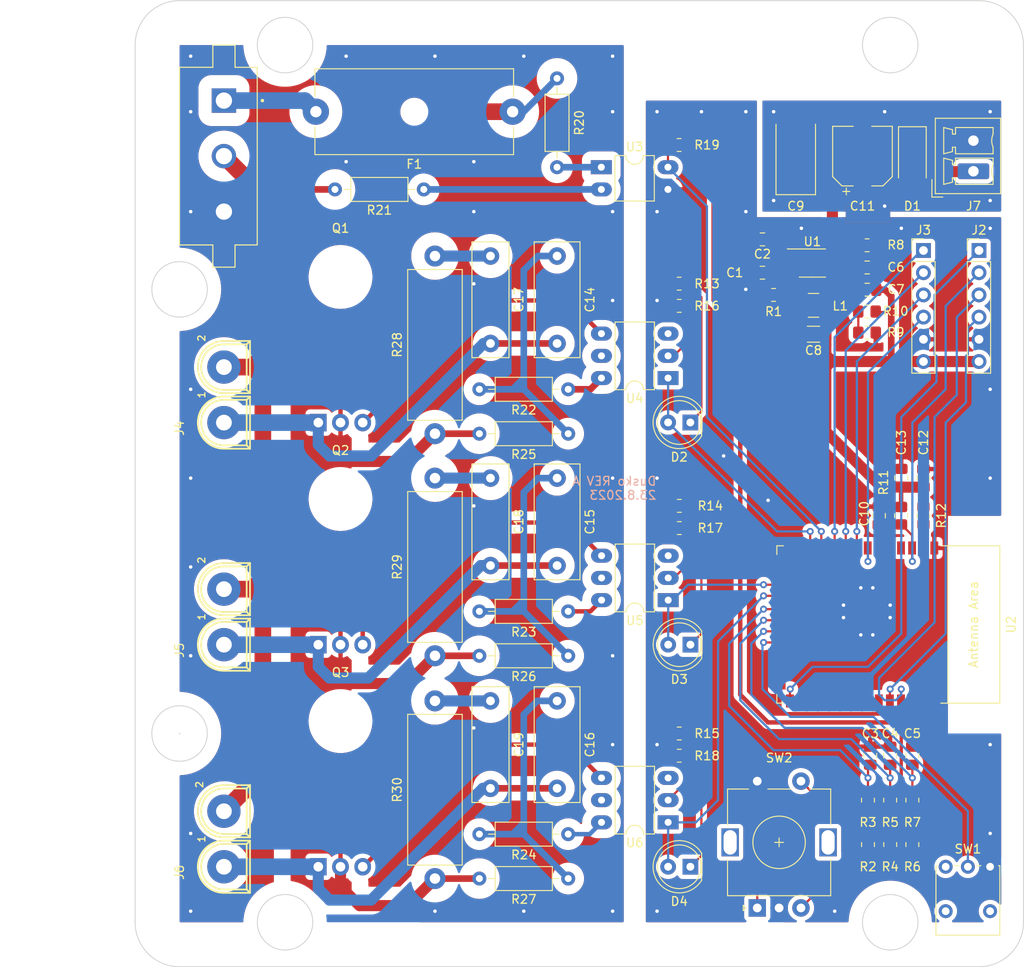
<source format=kicad_pcb>
(kicad_pcb (version 20221018) (generator pcbnew)
  (layers (0 "F.Cu" signal) (31 "B.Cu" signal) (34 "B.Paste" user) (35 "F.Paste" user) (36 "B.SilkS" user "B.Silkscreen") (37 "F.SilkS" user "F.Silkscreen") (38 "B.Mask" user) (39 "F.Mask" user) (44 "Edge.Cuts" user))
  (net 0 "")
  (net 1 "Net-(U1-INTVCC)")
  (net 2 "GND")
  (net 3 "Net-(U1-BST)")
  (net 4 "Net-(U1-SW)")
  (net 5 "Net-(U1-TR{slash}SS)")
  (net 6 "Net-(U1-FB)")
  (net 7 "+3.3V")
  (net 8 "VCC")
  (net 9 "RTS")
  (net 10 "Net-(C15-Pad1)")
  (net 11 "Net-(C16-Pad1)")
  (net 12 "Net-(Q2-A1)")
  (net 13 "Net-(C17-Pad1)")
  (net 14 "Net-(Q3-A1)")
  (net 15 "Net-(C18-Pad1)")
  (net 16 "Net-(C19-Pad1)")
  (net 17 "Net-(D2-K)")
  (net 18 "Spustac1")
  (net 19 "Net-(D3-K)")
  (net 20 "Spustac2")
  (net 21 "Net-(D4-K)")
  (net 22 "Spustac3")
  (net 23 "L-zaPoistku")
  (net 24 "L")
  (net 25 "Nulak")
  (net 26 "PEN")
  (net 27 "CTS")
  (net 28 "TXD")
  (net 29 "RXD")
  (net 30 "Net-(U1-RT)")
  (net 31 "Net-(R2-Pad2)")
  (net 32 "Net-(R4-Pad2)")
  (net 33 "Net-(R6-Pad2)")
  (net 34 "Net-(U1-PG)")
  (net 35 "Net-(U2-3V3)")
  (net 36 "Net-(R16-Pad2)")
  (net 37 "Net-(R17-Pad2)")
  (net 38 "Net-(R18-Pad2)")
  (net 39 "ZCDet")
  (net 40 "Net-(R20-Pad1)")
  (net 41 "Net-(R21-Pad1)")
  (net 42 "Net-(R22-Pad1)")
  (net 43 "Net-(R23-Pad1)")
  (net 44 "Net-(R24-Pad1)")
  (net 45 "mode_SW")
  (net 54 "GPIO7")
  (net 55 "GPIO15")
  (net 56 "GPIO16")
  (net 57 "GPIO17")
  (net 78 "A")
  (net 79 "SW")
  (net 80 "B")
  (net 81 "Net-(C14-Pad1)")
  (net 82 "Net-(Q1-A1)")
  (net 83 "Net-(Q1-G)")
  (net 84 "Net-(Q2-G)")
  (net 85 "Net-(Q3-G)")
  (footprint "Resistor_THT:R_Axial_DIN0207_L6.3mm_D2.5mm_P10.16mm_Horizontal" (layer "F.Cu") (at 134.6275 78.74 180)
    (fp_text reference "R22")
    (fp_text value "360")
  )
  (footprint "Package_TO_SOT_THT:TO-220-3_Horizontal_TabDown" (layer "F.Cu") (at 106.045 82.55)
    (fp_text reference "Q1")
    (fp_text value "BT138")
  )
  (footprint "Capacitor_THT:C_Rect_L13.0mm_W4.0mm_P10.00mm_FKS3_FKP3_MKS4" (layer "F.Cu") (at 125.7375 63.5 -90)
    (fp_text reference "C17")
    (fp_text value "0.01uF")
  )
  (footprint "Capacitor_SMD:C_0805_2012Metric_Pad1.18x1.45mm_HandSolder" (layer "F.Cu") (at 156.845 65.405 180)
    (fp_text reference "C1")
    (fp_text value "1uF/10V")
  )
  (footprint "Resistor_SMD:R_0805_2012Metric_Pad1.20x1.40mm_HandSolder" (layer "F.Cu") (at 175.26 93.1965 -90)
    (fp_text reference "R12")
    (fp_text value "0")
  )
  (footprint "Package_DIP:DIP-6_W7.62mm_LongPads" (layer "F.Cu") (at 146.05 77.455 180)
    (fp_text reference "U4")
    (fp_text value "MOC3021M")
  )
  (footprint "Connector_Phoenix_MC:PhoenixContact_MCV_1,5_2-G-3.5_1x02_P3.50mm_Vertical" (layer "F.Cu") (at 180.975 53.8025 90)
    (fp_text reference "J7")
    (fp_text value "Conn_01x02_Socket")
  )
  (footprint "Package_DIP:DIP-6_W7.62mm_LongPads" (layer "F.Cu") (at 146.0575 128.27 180)
    (fp_text reference "U6")
    (fp_text value "MOC3021M")
  )
  (footprint "Capacitor_SMD:C_0805_2012Metric_Pad1.18x1.45mm_HandSolder" (layer "F.Cu") (at 156.845 61.595 180)
    (fp_text reference "C2")
    (fp_text value "0.1uF/10V")
  )
  (footprint "Package_DIP:DIP-6_W7.62mm_LongPads" (layer "F.Cu") (at 146.065 102.855 180)
    (fp_text reference "U5")
    (fp_text value "MOC3021M")
  )
  (footprint "Resistor_SMD:R_0805_2012Metric_Pad1.20x1.40mm_HandSolder" (layer "F.Cu") (at 168.9175 130.81 90)
    (fp_text reference "R2")
    (fp_text value "10k")
  )
  (footprint "Capacitor_SMD:CP_Elec_6.3x7.7" (layer "F.Cu") (at 168.2825 52.07 90)
    (fp_text reference "C11")
    (fp_text value "100u")
  )
  (footprint "Capacitor_SMD:C_0805_2012Metric_Pad1.18x1.45mm_HandSolder" (layer "F.Cu") (at 168.828 67.348)
    (fp_text reference "C7")
    (fp_text value "10pF")
  )
  (footprint "Resistor_THT:R_Axial_DIN0617_L17.0mm_D6.0mm_P20.32mm_Horizontal" (layer "F.Cu") (at 119.3875 134.7 90)
    (fp_text reference "R30")
    (fp_text value "39")
  )
  (footprint "Capacitor_SMD:C_0805_2012Metric_Pad1.18x1.45mm_HandSolder" (layer "F.Cu") (at 175.26 88.9 -90)
    (fp_text reference "C12")
    (fp_text value "10uF")
  )
  (footprint "Resistor_THT:R_Axial_DIN0207_L6.3mm_D2.5mm_P10.16mm_Horizontal" (layer "F.Cu") (at 134.6275 104.14 180)
    (fp_text reference "R23")
    (fp_text value "360")
  )
  (footprint "Capacitor_THT:C_Rect_L13.0mm_W5.0mm_P10.00mm_FKS3_FKP3_MKS4" (layer "F.Cu") (at 133.3575 63.5 -90)
    (fp_text reference "C14")
    (fp_text value "0.05uF")
  )
  (footprint "Resistor_SMD:R_0805_2012Metric_Pad1.20x1.40mm_HandSolder" (layer "F.Cu") (at 171.45 125.73 90)
    (fp_text reference "R5")
    (fp_text value "10k")
  )
  (footprint "Resistor_THT:R_Axial_DIN0207_L6.3mm_D2.5mm_P10.16mm_Horizontal" (layer "F.Cu") (at 134.6275 83.82 180)
    (fp_text reference "R25")
    (fp_text value "470")
  )
  (footprint "Resistor_THT:R_Axial_DIN0207_L6.3mm_D2.5mm_P10.16mm_Horizontal" (layer "F.Cu") (at 134.6275 109.22 180)
    (fp_text reference "R26")
    (fp_text value "470")
  )
  (footprint "Capacitor_SMD:C_0805_2012Metric_Pad1.18x1.45mm_HandSolder" (layer "F.Cu") (at 171.45 120.65 90)
    (fp_text reference "C4")
    (fp_text value "10n")
  )
  (footprint "Resistor_SMD:R_0805_2012Metric_Pad1.20x1.40mm_HandSolder" (layer "F.Cu") (at 168.813 62.268 180)
    (fp_text reference "R8")
    (fp_text value "100k")
  )
  (footprint "Capacitor_SMD:C_0805_2012Metric_Pad1.18x1.45mm_HandSolder" (layer "F.Cu") (at 170.164 93.1965 90)
    (fp_text reference "C10")
    (fp_text value "1uF")
  )
  (footprint "Package_TO_SOT_THT:TO-220-3_Horizontal_TabDown" (layer "F.Cu") (at 106.045 107.95)
    (fp_text reference "Q2")
    (fp_text value "BT138")
  )
  (footprint "LED_THT:LED_D5.0mm" (layer "F.Cu") (at 148.605 107.95 180)
    (fp_text reference "D3")
    (fp_text value "LED")
  )
  (footprint "footprints:350428-1" (layer "F.Cu") (at 95.25 79.375 90)
    (fp_text reference "J4")
    (fp_text value "350428-1")
  )
  (footprint "Capacitor_THT:C_Rect_L13.0mm_W5.0mm_P10.00mm_FKS3_FKP3_MKS4" (layer "F.Cu") (at 133.3575 114.38 -90)
    (fp_text reference "C16")
    (fp_text value "0.05uF")
  )
  (footprint "Capacitor_THT:C_Rect_L13.0mm_W4.0mm_P10.00mm_FKS3_FKP3_MKS4" (layer "F.Cu") (at 125.7375 88.9 -90)
    (fp_text reference "C18")
    (fp_text value "0.01uF")
  )
  (footprint "PCM_Espressif:ESP32-S3-WROOM-1" (layer "F.Cu") (at 168.24 105.64 -90)
    (fp_text reference "U2")
    (fp_text value "ESP32-S3-WROOM-1")
  )
  (footprint "Resistor_SMD:R_0805_2012Metric_Pad1.20x1.40mm_HandSolder" (layer "F.Cu") (at 147.305 50.8 180)
    (fp_text reference "R19")
    (fp_text value "10k")
  )
  (footprint "Resistor_SMD:R_0805_2012Metric_Pad1.20x1.40mm_HandSolder" (layer "F.Cu") (at 172.704 93.1965 -90)
    (fp_text reference "R11")
    (fp_text value "10k")
  )
  (footprint "Connector_PinHeader_2.54mm:PinHeader_1x06_P2.54mm_Vertical" (layer "F.Cu") (at 175.26 62.865)
    (fp_text reference "J3")
    (fp_text value "GPIOs")
  )
  (footprint "Resistor_SMD:R_0805_2012Metric_Pad1.20x1.40mm_HandSolder" (layer "F.Cu") (at 168.91 125.73 90)
    (fp_text reference "R3")
    (fp_text value "10k")
  )
  (footprint "Resistor_SMD:R_0805_2012Metric_Pad1.20x1.40mm_HandSolder" (layer "F.Cu") (at 173.99 130.81 90)
    (fp_text reference "R6")
    (fp_text value "10k")
  )
  (footprint "Resistor_THT:R_Axial_DIN0617_L17.0mm_D6.0mm_P20.32mm_Horizontal" (layer "F.Cu") (at 119.3875 83.82 90)
    (fp_text reference "R28")
    (fp_text value "39")
  )
  (footprint "Resistor_THT:R_Axial_DIN0207_L6.3mm_D2.5mm_P10.16mm_Horizontal" (layer "F.Cu") (at 134.6275 129.62 180)
    (fp_text reference "R24")
    (fp_text value "360")
  )
  (footprint "LED_THT:LED_D5.0mm" (layer "F.Cu") (at 148.595 82.535 180)
    (fp_text reference "D2")
    (fp_text value "LED")
  )
  (footprint "Resistor_THT:R_Axial_DIN0617_L17.0mm_D6.0mm_P20.32mm_Horizontal" (layer "F.Cu") (at 119.3875 109.22 90)
    (fp_text reference "R29")
    (fp_text value "39")
  )
  (footprint "Package_SO:MSOP-10-1EP_3x3mm_P0.5mm_EP1.68x1.88mm" (layer "F.Cu") (at 162.56 64.3)
    (fp_text reference "U1")
    (fp_text value "LT8608")
  )
  (footprint "Resistor_SMD:R_0805_2012Metric_Pad1.20x1.40mm_HandSolder" (layer "F.Cu") (at 168.8055 72.263 180)
    (fp_text reference "R9")
    (fp_text value "309K")
  )
  (footprint "Capacitor_Tantalum_SMD:CP_EIA-7343-15_Kemet-W" (layer "F.Cu") (at 160.655 52.07 90)
    (fp_text reference "C9")
    (fp_text value "4.7u")
  )
  (footprint "Resistor_THT:R_Axial_DIN0207_L6.3mm_D2.5mm_P10.16mm_Horizontal" (layer "F.Cu") (at 133.35 53.34 90)
    (fp_text reference "R20")
    (fp_text value "33k")
  )
  (footprint "footprints:350428-1" (layer "F.Cu") (at 95.25 130.175 90)
    (fp_text reference "J6")
    (fp_text value "350428-1")
  )
  (footprint "Resistor_SMD:R_0805_2012Metric_Pad1.20x1.40mm_HandSolder" (layer "F.Cu") (at 147.335 92.075 180)
    (fp_text reference "R14")
    (fp_text value "470")
  )
  (footprint "Resistor_SMD:R_0805_2012Metric_Pad1.20x1.40mm_HandSolder" (layer "F.Cu") (at 158.115 67.945)
    (fp_text reference "R1")
    (fp_text value "18.2k")
  )
  (footprint "Resistor_SMD:R_0805_2012Metric_Pad1.20x1.40mm_HandSolder" (layer "F.Cu") (at 147.3275 118.11 180)
    (fp_text reference "R15")
    (fp_text value "470")
  )
  (footprint "Capacitor_SMD:C_0805_2012Metric_Pad1.18x1.45mm_HandSolder" (layer "F.Cu") (at 173.99 120.65 90)
    (fp_text reference "C5")
    (fp_text value "10n")
  )
  (footprint "Resistor_SMD:R_0805_2012Metric_Pad1.20x1.40mm_HandSolder" (layer "F.Cu") (at 147.32 69.2)
    (fp_text reference "R16")
    (fp_text value "470")
  )
  (footprint "Capacitor_SMD:C_1206_3216Metric" (layer "F.Cu") (at 162.687 72.44 180)
    (fp_text reference "C8")
    (fp_text value "22uF/X7R")
  )
  (footprint "Connector_PinHeader_2.54mm:PinHeader_1x06_P2.54mm_Vertical" (layer "F.Cu") (at 181.61 62.865)
    (fp_text reference "J2")
    (fp_text value "programovaci")
  )
  (footprint "Resistor_SMD:R_0805_2012Metric_Pad1.20x1.40mm_HandSolder" (layer "F.Cu") (at 168.798 69.85 180)
    (fp_text reference "R10")
    (fp_text value "1M")
  )
  (footprint "Package_TO_SOT_THT:TO-220-3_Horizontal_TabDown" (layer "F.Cu") (at 106.045 133.35)
    (fp_text reference "Q3")
    (fp_text value "BT138")
  )
  (footprint "Capacitor_THT:C_Rect_L13.0mm_W4.0mm_P10.00mm_FKS3_FKP3_MKS4" (layer "F.Cu") (at 125.7375 114.38 -90)
    (fp_text reference "C19")
    (fp_text value "0.01uF")
  )
  (footprint "Capacitor_SMD:C_0805_2012Metric_Pad1.18x1.45mm_HandSolder" (layer "F.Cu") (at 172.72 88.8785 90)
    (fp_text reference "C13")
    (fp_text value "0.1uF")
  )
  (footprint "Resistor_SMD:R_0805_2012Metric_Pad1.20x1.40mm_HandSolder" (layer "F.Cu") (at 173.99 125.73 90)
    (fp_text reference "R7")
    (fp_text value "10k")
  )
  (footprint "Capacitor_THT:C_Rect_L13.0mm_W5.0mm_P10.00mm_FKS3_FKP3_MKS4" (layer "F.Cu") (at 133.3575 88.9 -90)
    (fp_text reference "C15")
    (fp_text value "0.05uF")
  )
  (footprint "footprints:TE_350429-1" (layer "F.Cu") (at 95.25 52.07 -90)
    (fp_text reference "J1" hide)
    (fp_text value "350429-1")
  )
  (footprint "Resistor_SMD:R_0805_2012Metric_Pad1.20x1.40mm_HandSolder" (layer "F.Cu") (at 171.4575 130.81 90)
    (fp_text reference "R4")
    (fp_text value "10k")
  )
  (footprint "Resistor_THT:R_Axial_DIN0207_L6.3mm_D2.5mm_P10.16mm_Horizontal" (layer "F.Cu") (at 134.6275 134.7 180)
    (fp_text reference "R27")
    (fp_text value "470")
  )
  (footprint "Fuse:Fuseholder_Cylinder-5x20mm_Schurter_0031_8201_Horizontal_Open" (layer "F.Cu") (at 128.27 46.99 180)
    (fp_text reference "F1")
    (fp_text value "Fuse")
  )
  (footprint "Package_DIP:DIP-4_W7.62mm_LongPads" (layer "F.Cu") (at 138.415 53.34)
    (fp_text reference "U3")
    (fp_text value "LTV-814")
  )
  (footprint "Capacitor_SMD:C_0805_2012Metric_Pad1.18x1.45mm_HandSolder" (layer "F.Cu") (at 169.1715 120.65 90)
    (fp_text reference "C3")
    (fp_text value "10n")
  )
  (footprint "Diode_SMD:D_2010_5025Metric_Pad1.52x2.65mm_HandSolder" (layer "F.Cu") (at 173.99 52.07 -90)
    (fp_text reference "D1")
    (fp_text value "DIODE")
  )
  (footprint "LED_THT:LED_D5.0mm" (layer "F.Cu") (at 148.5975 133.35 180)
    (fp_text reference "D4")
    (fp_text value "LED")
  )
  (footprint "footprints:350428-1" (layer "F.Cu") (at 95.25 104.775 90)
    (fp_text reference "J5")
    (fp_text value "350428-1")
  )
  (footprint "Button_Switch_THT:SW_Push_1P2T_Vertical_E-Switch_800UDP8P1A1M6" (layer "F.Cu") (at 182.88 133.35 -90)
    (fp_text reference "SW1")
    (fp_text value "SW_SPDT")
  )
  (footprint "Resistor_SMD:R_0805_2012Metric_Pad1.20x1.40mm_HandSolder" (layer "F.Cu") (at 147.3275 120.65)
    (fp_text reference "R18")
    (fp_text value "470")
  )
  (footprint "Capacitor_SMD:C_0805_2012Metric_Pad1.18x1.45mm_HandSolder" (layer "F.Cu") (at 168.8205 64.808)
    (fp_text reference "C6")
    (fp_text value "10nF/10V")
  )
  (footprint "Resistor_SMD:R_0805_2012Metric_Pad1.20x1.40mm_HandSolder" (layer "F.Cu") (at 147.32 66.66 180)
    (fp_text reference "R13")
    (fp_text value "470")
  )
  (footprint "Rotary_Encoder:RotaryEncoder_Alps_EC11E-Switch_Vertical_H20mm" (layer "F.Cu") (at 156.25 138.06 90)
    (fp_text reference "SW2")
    (fp_text value "RotaryEncoder_Switch")
  )
  (footprint "Inductor_SMD:L_1210_3225Metric" (layer "F.Cu") (at 162.687 69.138 180)
    (fp_text reference "L1")
    (fp_text value "2.2uH")
  )
  (footprint "Resistor_THT:R_Axial_DIN0207_L6.3mm_D2.5mm_P10.16mm_Horizontal" (layer "F.Cu") (at 118.11 55.88 180)
    (fp_text reference "R21")
    (fp_text value "33k")
  )
  (footprint "Resistor_SMD:R_0805_2012Metric_Pad1.20x1.40mm_HandSolder" (layer "F.Cu") (at 147.335 94.615)
    (fp_text reference "R17")
    (fp_text value "470")
  )
  (gr_circle (center 102.2425 39.37) (end 105.4175 39.37) (stroke (width 0.1)) (fill none) (layer "Edge.Cuts"))
  (gr_arc (start 181.6175 34.29) (mid 185.209602 35.777898) (end 186.6975 39.37) (stroke (width 0.1)) (layer "Edge.Cuts"))
  (gr_line (start 85.0975 139.7) (end 85.0975 39.37) (stroke (width 0.1)) (layer "Edge.Cuts"))
  (gr_circle (center 90.1775 118.11) (end 93.3525 118.11) (stroke (width 0.1)) (fill none) (layer "Edge.Cuts"))
  (gr_arc (start 186.6975 139.7) (mid 185.209602 143.292102) (end 181.6175 144.78) (stroke (width 0.1)) (layer "Edge.Cuts"))
  (gr_line (start 90.1775 34.29) (end 181.6175 34.29) (stroke (width 0.1)) (layer "Edge.Cuts"))
  (gr_arc (start 90.1775 144.78) (mid 86.585398 143.292102) (end 85.0975 139.7) (stroke (width 0.1)) (layer "Edge.Cuts"))
  (gr_circle (center 102.2425 139.7) (end 105.4175 139.7) (stroke (width 0.1)) (fill none) (layer "Edge.Cuts"))
  (gr_line (start 181.6175 144.78) (end 90.1775 144.78) (stroke (width 0.1)) (layer "Edge.Cuts"))
  (gr_circle (center 90.1775 118.11) (end 90.1775 118.11) (stroke (width 0.1)) (fill none) (layer "Edge.Cuts"))
  (gr_arc (start 85.0975 39.37) (mid 86.585398 35.777898) (end 90.1775 34.29) (stroke (width 0.1)) (layer "Edge.Cuts"))
  (gr_circle (center 171.4575 39.37) (end 174.6325 39.37) (stroke (width 0.1)) (fill none) (layer "Edge.Cuts"))
  (gr_line (start 186.6975 39.37) (end 186.6975 139.7) (stroke (width 0.1)) (layer "Edge.Cuts"))
  (gr_circle (center 171.4575 139.7) (end 174.6325 139.7) (stroke (width 0.1)) (fill none) (layer "Edge.Cuts"))
  (gr_circle (center 90.1775 67.31) (end 93.3525 67.31) (stroke (width 0.1)) (fill none) (layer "Edge.Cuts"))
  (gr_text "Dusko REV A\n23.8.2023" (at 144.7875 91.44) (layer "B.SilkS") (effects (font (size 1 1)) (justify left bottom mirror)))
  (segment (start 159.146 64.3) (end 158.041 65.405) (width 0.254) (layer "F.Cu") (net 1))
  (segment (start 158.041 65.405) (end 157.8825 65.405) (width 0.254) (layer "F.Cu") (net 1))
  (segment (start 160.41 64.3) (end 159.146 64.3) (width 0.254) (layer "F.Cu") (net 1))
  (segment (start 168.645 49.7325) (end 168.2825 49.37) (width 0.762) (layer "F.Cu") (net 2))
  (segment (start 169.8055 72.263) (end 169.8055 73.788) (width 0.508) (layer "F.Cu") (net 2))
  (segment (start 146.3275 120.65) (end 146.32 120.6425) (width 0.254) (layer "F.Cu") (net 2))
  (segment (start 169.8355 64.808) (end 171.4195 64.808) (width 0.508) (layer "F.Cu") (net 2))
  (segment (start 160.655 48.9575) (end 167.87 48.9575) (width 0.762) (layer "F.Cu") (net 2))
  (segment (start 167.87 48.9575) (end 168.2825 49.37) (width 0.762) (layer "F.Cu") (net 2))
  (segment (start 168.4525 92.159) (end 168.4095 92.202) (width 0.508) (layer "F.Cu") (net 2))
  (segment (start 173.99 49.7325) (end 174.56 50.3025) (width 0.762) (layer "F.Cu") (net 2))
  (segment (start 173.99 49.7325) (end 168.645 49.7325) (width 0.762) (layer "F.Cu") (net 2))
  (segment (start 160.41 65.3) (end 160.41 65.7845) (width 0.3048) (layer "F.Cu") (net 2))
  (segment (start 169.6795 73.914) (end 169.8055 73.788) (width 0.508) (layer "F.Cu") (net 2))
  (segment (start 170.164 92.159) (end 168.4525 92.159) (width 0.508) (layer "F.Cu") (net 2))
  (segment (start 146.335 94.615) (end 146.335 92.075) (width 0.254) (layer "F.Cu") (net 2))
  (segment (start 146.32 118.1175) (end 146.3275 118.11) (width 0.254) (layer "F.Cu") (net 2))
  (segment (start 174.56 50.3025) (end 180.975 50.3025) (width 0.762) (layer "F.Cu") (net 2))
  (segment (start 171.4195 64.808) (end 171.4575 64.77) (width 0.508) (layer "F.Cu") (net 2))
  (segment (start 146.32 120.6425) (end 146.32 118.1175) (width 0.254) (layer "F.Cu") (net 2))
  (via (at 169.4688 106.8324) (size 0.8) (drill 0.4) (layers "F.Cu" "B.Cu") (net 2))
  (via (at 166.116 103.4288) (size 0.8) (drill 0.4) (layers "F.Cu" "B.Cu") (net 2))
  (via (at 182.8875 57.15) (size 0.8) (drill 0.4) (layers "F.Cu" "B.Cu") (net 2))
  (via (at 182.8875 60.325) (size 0.8) (drill 0.4) (layers "F.Cu" "B.Cu") (net 2))
  (via (at 144.7875 58.42) (size 0.8) (drill 0.4) (layers "F.Cu" "B.Cu") (net 2))
  (via (at 168.0972 101.4476) (size 0.8) (drill 0.4) (layers "F.Cu" "B.Cu") (net 2))
  (via (at 170.8225 46.99) (size 0.8) (drill 0.4) (layers "F.Cu" "B.Cu") (net 2))
  (via (at 171.45 103.4288) (size 0.8) (drill 0.4) (layers "F.Cu" "B.Cu") (net 2))
  (via (at 157.4875 91.44) (size 0.8) (drill 0.4) (layers "F.Cu" "B.Cu") (net 2))
  (via (at 170.8225 57.785) (size 0.8) (drill 0.4) (layers "F.Cu" "B.Cu") (net 2))
  (via (at 144.7875 119.38) (size 0.8) (drill 0.4) (layers "F.Cu" "B.Cu") (net 2))
  (via (at 149.8675 46.99) (size 0.8) (drill 0.4) (layers "F.Cu" "B.Cu") (net 2))
  (via (at 166.116 104.8512) (size 0.8) (drill 0.4) (layers "F.Cu" "B.Cu") (net 2))
  (via (at 152.4075 86.36) (size 0.8) (drill 0.4) (layers "F.Cu" "B.Cu") (net 2))
  (via (at 161.2975 60.325) (size 0.8) (drill 0.4) (layers "F.Cu" "B.Cu") (net 2))
  (via (at 144.7875 68.58) (size 0.8) (drill 0.4) (layers "F.Cu" "B.Cu") (net 2))
  (via (at 158.1225 46.99) (size 0.8) (drill 0.4) (layers "F.Cu" "B.Cu") (net 2))
  (via (at 182.8875 88.9) (size 0.8) (drill 0.4) (layers "F.Cu" "B.Cu") (net 2))
  (via (at 182.8875 46.99) (size 0.8) (drill 0.4) (layers "F.Cu" "B.Cu") (net 2))
  (via (at 154.94 67.31) (size 0.8) (drill 0.4) (layers "F.Cu" "B.Cu") (net 2))
  (via (at 171.45 104.8512) (size 0.8) (drill 0.4) (layers "F.Cu" "B.Cu") (net 2))
  (via (at 144.7875 46.99) (size 0.8) (drill 0.4) (layers "F.Cu" "B.Cu") (net 2))
  (via (at 165.1075 138.43) (size 0.8) (drill 0.4) (layers "F.Cu" "B.Cu") (net 2))
  (via (at 154.9475 46.99) (size 0.8) (drill 0.4) (layers "F.Cu" "B.Cu") (net 2))
  (via (at 158.1225 57.15) (size 0.8) (drill 0.4) (layers "F.Cu" "B.Cu") (net 2))
  (via (at 144.7875 88.9) (size 0.8) (drill 0.4) (layers "F.Cu" "B.Cu") (net 2))
  (via (at 182.8875 78.74) (size 0.8) (drill 0.4) (layers "F.Cu" "B.Cu") (net 2))
  (via (at 144.7875 138.43) (size 0.8) (drill 0.4) (layers "F.Cu" "B.Cu") (net 2))
  (via (at 172.7275 60.325) (size 0.8) (drill 0.4) (layers "F.Cu" "B.Cu") (net 2))
  (via (at 182.8875 129.54) (size 0.8) (drill 0.4) (layers "F.Cu" "B.Cu") (net 2))
  (via (at 168.0972 106.8324) (size 0.8) (drill 0.4) (layers "F.Cu" "B.Cu") (net 2))
  (via (at 169.4688 101.4476) (size 0.8) (drill 0.4) (layers "F.Cu" "B.Cu") (net 2))
  (via (at 182.8875 119.38) (size 0.8) (drill 0.4) (layers "F.Cu" "B.Cu") (net 2))
  (via (at 154.9475 58.42) (size 0.8) (drill 0.4) (layers "F.Cu" "B.Cu") (net 2))
  (segment (start 159.416 63.3) (end 160.41 63.3) (width 0.254) (layer "F.Cu") (net 3))
  (segment (start 157.8825 61.595) (end 157.8825 61.7665) (width 0.254) (layer "F.Cu") (net 3))
  (segment (start 157.8825 61.7665) (end 159.416 63.3) (width 0.254) (layer "F.Cu") (net 3))
  (segment (start 158.8035 63.8) (end 158.5035 63.5) (width 0.3048) (layer "F.Cu") (net 4))
  (segment (start 155.321 62.0815) (end 155.321 63.804) (width 0.254) (layer "F.Cu") (net 4))
  (segment (start 154.305 63.5) (end 157.811 63.5) (width 1.27) (layer "F.Cu") (net 4))
  (segment (start 158.111 63.8) (end 157.811 63.5) (width 0.3048) (layer "F.Cu") (net 4))
  (segment (start 158.5035 63.5) (end 157.811 63.5) (width 0.3048) (layer "F.Cu") (net 4))
  (segment (start 161.287 69.138) (end 160.575 69.85) (width 1.27) (layer "F.Cu") (net 4))
  (segment (start 160.41 63.8) (end 158.8035 63.8) (width 0.3048) (layer "F.Cu") (net 4))
  (segment (start 160.575 69.85) (end 154.94 69.85) (width 1.27) (layer "F.Cu") (net 4))
  (segment (start 158.8035 63.8) (end 158.111 63.8) (width 0.3048) (layer "F.Cu") (net 4))
  (segment (start 153.035 67.945) (end 153.035 64.77) (width 1.27) (layer "F.Cu") (net 4))
  (segment (start 154.94 69.85) (end 153.035 67.945) (width 1.27) (layer "F.Cu") (net 4))
  (segment (start 153.035 64.77) (end 154.305 63.5) (width 1.27) (layer "F.Cu") (net 4))
  (segment (start 155.8075 61.595) (end 155.321 62.0815) (width 0.254) (layer "F.Cu") (net 4))
  (segment (start 164.718 64.808) (end 164.71 64.8) (width 0.254) (layer "F.Cu") (net 5))
  (segment (start 167.7605 64.808) (end 164.718 64.808) (width 0.254) (layer "F.Cu") (net 5))
  (segment (start 167.8055 69.8575) (end 167.798 69.85) (width 0.254) (layer "F.Cu") (net 6))
  (segment (start 165.734 65.3) (end 164.71 65.3) (width 0.254) (layer "F.Cu") (net 6))
  (segment (start 167.7605 69.7946) (end 167.8159 69.85) (width 0.254) (layer "F.Cu") (net 6))
  (segment (start 167.7605 67.348) (end 167.7605 69.7946) (width 0.254) (layer "F.Cu") (net 6))
  (segment (start 167.8055 72.263) (end 167.8055 69.8575) (width 0.254) (layer "F.Cu") (net 6))
  (segment (start 167.7605 67.3265) (end 165.734 65.3) (width 0.254) (layer "F.Cu") (net 6))
  (segment (start 167.7605 67.348) (end 167.7605 67.3265) (width 0.254) (layer "F.Cu") (net 6))
  (segment (start 172.72 118.1025) (end 172.72 131.4375) (width 0.381) (layer "F.Cu") (net 7))
  (segment (start 164.849 75.565) (end 164.087 74.803) (width 1.27) (layer "F.Cu") (net 7))
  (segment (start 170.434 89.916) (end 164.087 83.569) (width 1.27) (layer "F.Cu") (net 7))
  (segment (start 169.8159 69.85) (end 169.8659 69.9) (width 0.254) (layer "F.Cu") (net 7))
  (segment (start 167.287 75.565) (end 170.256 75.565) (width 0.762) (layer "F.Cu") (net 7))
  (segment (start 167.287 75.565) (end 164.849 75.565) (width 1.27) (layer "F.Cu") (net 7))
  (segment (start 169.798 62.268) (end 168.783 63.283) (width 0.254) (layer "F.Cu") (net 7))
  (segment (start 162.9485 74.803) (end 163.3295 74.803) (width 0.254) (layer "F.Cu") (net 7))
  (segment (start 164.177 69.228) (end 164.087 69.138) (width 0.762) (layer "F.Cu") (net 7))
  (segment (start 172.72 131.4375) (end 172.3475 131.81) (width 0.508) (layer "F.Cu") (net 7))
  (segment (start 164.087 73.66) (end 164.087 69.138) (width 1.27) (layer "F.Cu") (net 7))
  (segment (start 181.61 75.565) (end 175.26 75.565) (width 1.27) (layer "F.Cu") (net 7))
  (segment (start 157.48 116.84) (end 171.4575 116.84) (width 0.508) (layer "F.Cu") (net 7))
  (segment (start 175.26 75.565) (end 167.287 75.565) (width 1.27) (layer "F.Cu") (net 7))
  (segment (start 151.13 53.625) (end 151.13 68.58) (width 0.254) (layer "F.Cu") (net 7))
  (segment (start 172.704 89.932) (end 172.72 89.916) (width 0.508) (layer "F.Cu") (net 7))
  (segment (start 164.087 73.66) (end 163.32725 74.41975) (width 0.508) (layer "F.Cu") (net 7))
  (segment (start 163.32725 74.41975) (end 163.13675 74.61025) (width 0.508) (layer "F.Cu") (net 7))
  (segment (start 164.087 74.803) (end 164.087 73.66) (width 1.27) (layer "F.Cu") (net 7))
  (segment (start 162.94625 74.80075) (end 162.9485 74.803) (width 0.254) (layer "F.Cu") (net 7))
  (segment (start 170.853 67.348) (end 171.577 68.072) (width 0.762) (layer "F.Cu") (net 7))
  (segment (start 163.13675 74.61025) (end 162.94625 74.80075) (width 0.508) (layer "F.Cu") (net 7))
  (segment (start 172.704 92.1965) (end 172.704 89.932) (width 0.508) (layer "F.Cu") (net 7))
  (segment (start 163.3295 74.803) (end 164.087 74.803) (width 0.254) (layer "F.Cu") (net 7))
  (segment (start 162.9485 74.013) (end 162.9485 74.041) (width 0.254) (layer "F.Cu") (net 7))
  (segment (start 154.305 83.442) (end 154.305 113.665) (width 0.508) (layer "F.Cu") (net 7))
  (segment (start 171.577 75.057) (end 172.085 75.565) (width 0.762) (layer "F.Cu") (net 7))
  (segment (start 163.0755 74.549) (end 163.0755 74.168) (width 0.254) (layer "F.Cu") (net 7))
  (segment (start 170.256 75.565) (end 170.815 75.565) (width 0.762) (layer "F.Cu") (net 7))
  (segment (start 156.563 74.013) (end 162.9485 74.013) (width 0.254) (layer "F.Cu") (net 7))
  (segment (start 170.815 75.565) (end 171.069 75.565) (width 0.762) (layer "F.Cu") (net 7))
  (segment (start 151.13 68.58) (end 156.563 74.013) (width 0.254) (layer "F.Cu") (net 7))
  (segment (start 175.26 92.1965) (end 175.26 89.9375) (width 0.508) (layer "F.Cu") (net 7))
  (segment (start 164.849 75.565) (end 164.722 75.565) (width 1.27) (layer "F.Cu") (net 7))
  (segment (start 164.177 72.425) (end 164.177 69.228) (width 0.762) (layer "F.Cu") (net 7))
  (segment (start 163.3295 74.803) (end 163.3295 74.8075) (width 0.254) (layer "F.Cu") (net 7))
  (segment (start 169.8659 69.9) (end 171.577 69.9) (width 0.254) (layer "F.Cu") (net 7))
  (segment (start 164.087 76.2) (end 164.087 75.565) (width 1.27) (layer "F.Cu") (net 7))
  (segment (start 168.783 63.283) (end 168.783 66.2955) (width 0.254) (layer "F.Cu") (net 7))
  (segment (start 163.3295 74.8075) (end 164.087 75.565) (width 0.254) (layer "F.Cu") (net 7))
  (segment (start 163.0755 74.168) (end 163.32725 74.41975) (width 0.254) (layer "F.Cu") (net 7))
  (segment (start 164.162 74.345) (end 164.162 74.013) (width 0.762) (layer "F.Cu") (net 7))
  (segment (start 172.3475 131.81) (end 171.4575 131.81) (width 0.508) (layer "F.Cu") (net 7))
  (segment (start 164.087 83.569) (end 164.087 76.2) (width 1.27) (layer "F.Cu") (net 7))
  (segment (start 175.26 89.9375) (end 172.7415 89.9375) (width 1.27) (layer "F.Cu") (net 7))
  (segment (start 169.8355 67.348) (end 170.853 67.348) (width 0.762) (layer "F.Cu") (net 7))
  (segment (start 164.087 75.565) (end 164.087 74.803) (width 1.27) (layer "F.Cu") (net 7))
  (segment (start 171.069 75.565) (end 171.577 75.057) (width 0.762) (layer "F.Cu") (net 7))
  (segment (start 172.7415 89.9375) (end 172.72 89.916) (width 1.27) (layer "F.Cu") (net 7))
  (segment (start 173.0925 131.81) (end 172.3475 131.81) (width 0.508) (layer "F.Cu") (net 7))
  (segment (start 168.783 66.2955) (end 169.8355 67.348) (width 0.254) (layer "F.Cu") (net 7))
  (segment (start 171.577 68.072) (end 171.577 75.057) (width 0.762) (layer "F.Cu") (net 7))
  (segment (start 171.4575 116.84) (end 172.72 118.1025) (width 0.508) (layer "F.Cu") (net 7))
  (segment (start 172.085 75.565) (end 181.61 75.565) (width 0.762) (layer "F.Cu") (net 7))
  (segment (start 162.9485 74.041) (end 163.0755 74.168) (width 0.254) (layer "F.Cu") (net 7))
  (segment (start 163.13675 74.61025) (end 163.0755 74.549) (width 0.254) (layer "F.Cu") (net 7))
  (segment (start 170.434 89.916) (end 164.162 83.644) (width 0.762) (layer "F.Cu") (net 7))
  (segment (start 148.305 50.8) (end 151.13 53.625) (width 0.254) (layer "F.Cu") (net 7))
  (segment (start 170.815 75.565) (end 172.085 75.565) (width 0.762) (layer "F.Cu") (net 7))
  (segment (start 154.305 113.665) (end 157.48 116.84) (width 0.508) (layer "F.Cu") (net 7))
  (segment (start 172.72 131.4375) (end 173.0925 131.81) (width 0.508) (layer "F.Cu") (net 7))
  (segment (start 172.72 89.916) (end 170.434 89.916) (width 1.27) (layer "F.Cu") (net 7))
  (segment (start 173.0925 131.81) (end 173.99 131.81) (width 0.508) (layer "F.Cu") (net 7))
  (segment (start 164.722 75.565) (end 164.087 76.2) (width 1.27) (layer "F.Cu") (net 7))
  (segment (start 168.9175 131.81) (end 171.4575 131.81) (width 0.508) (layer "F.Cu") (net 7))
  (segment (start 162.94625 74.80075) (end 154.305 83.442) (width 0.508) (layer "F.Cu") (net 7))
  (segment (start 162.9485 74.013) (end 164.162 74.013) (width 0.254) (layer "F.Cu") (net 7))
  (segment (start 168.2825 54.77) (end 164.846 54.77) (width 1.27) (layer "F.Cu") (net 8))
  (segment (start 173.6275 54.77) (end 173.99 54.4075) (width 1.27) (layer "F.Cu") (net 8))
  (segment (start 161.0675 54.77) (end 160.655 55.1825) (width 1.27) (layer "F.Cu") (net 8))
  (segment (start 164.846 54.77) (end 161.0675 54.77) (width 1.27) (layer "F.Cu") (net 8))
  (segment (start 164.846 63.164) (end 164.71 63.3) (width 1.27) (layer "F.Cu") (net 8))
  (segment (start 164.846 54.77) (end 164.846 63.164) (width 1.27) (layer "F.Cu") (net 8))
  (segment (start 174.5495 53.848) (end 180.9295 53.848) (width 1.27) (layer "F.Cu") (net 8))
  (segment (start 173.99 54.4075) (end 174.5495 53.848) (width 1.27) (layer "F.Cu") (net 8))
  (segment (start 180.9295 53.848) (end 180.975 53.8025) (width 1.27) (layer "F.Cu") (net 8))
  (segment (start 168.2825 54.77) (end 173.6275 54.77) (width 1.27) (layer "F.Cu") (net 8))
  (segment (start 173.96 98.395) (end 173.99 98.425) (width 0.254) (layer "F.Cu") (net 9))
  (segment (start 172.704 94.1965) (end 172.7205 94.1965) (width 0.254) (layer "F.Cu") (net 9))
  (segment (start 173.96 96.89) (end 173.96 98.395) (width 0.254) (layer "F.Cu") (net 9))
  (segment (start 170.2015 94.1965) (end 170.164 94.234) (width 0.254) (layer "F.Cu") (net 9))
  (segment (start 173.96 95.436) (end 173.96 96.89) (width 0.254) (layer "F.Cu") (net 9))
  (segment (start 172.7205 94.1965) (end 173.96 95.436) (width 0.254) (layer "F.Cu") (net 9))
  (segment (start 172.704 94.1965) (end 170.2015 94.1965) (width 0.254) (layer "F.Cu") (net 9))
  (via (at 173.99 98.425) (size 0.8) (drill 0.4) (layers "F.Cu" "B.Cu") (net 9))
  (segment (start 177.8 78.7475) (end 173.99 82.5575) (width 0.254) (layer "B.Cu") (net 9))
  (segment (start 177.8 69.215) (end 177.8 78.7475) (width 0.254) (layer "B.Cu") (net 9))
  (segment (start 173.99 82.5575) (end 173.99 98.425) (width 0.254) (layer "B.Cu") (net 9))
  (segment (start 181.61 65.405) (end 177.8 69.215) (width 0.254) (layer "B.Cu") (net 9))
  (segment (start 129.5475 102.87) (end 128.2775 104.14) (width 0.762) (layer "B.Cu") (net 10))
  (segment (start 131.176 88.9) (end 133.3575 88.9) (width 0.762) (layer "B.Cu") (net 10))
  (segment (start 129.5475 104.14) (end 129.5475 102.87) (width 0.762) (layer "B.Cu") (net 10))
  (segment (start 124.4675 104.14) (end 128.2775 104.14) (width 0.762) (layer "B.Cu") (net 10))
  (segment (start 134.6275 109.22) (end 129.5475 104.14) (width 0.762) (layer "B.Cu") (net 10))
  (segment (start 128.2775 104.14) (end 129.5475 104.14) (width 0.762) (layer "B.Cu") (net 10))
  (segment (start 129.5475 90.5285) (end 131.176 88.9) (width 0.762) (layer "B.Cu") (net 10))
  (segment (start 129.5475 102.87) (end 129.5475 90.5285) (width 0.762) (layer "B.Cu") (net 10))
  (segment (start 129.5475 128.35) (end 128.2775 129.62) (width 0.762) (layer "B.Cu") (net 11))
  (segment (start 124.4675 129.62) (end 128.2775 129.62) (width 0.762) (layer "B.Cu") (net 11))
  (segment (start 131.096 114.38) (end 129.5475 115.9285) (width 0.762) (layer "B.Cu") (net 11))
  (segment (start 129.5475 115.9285) (end 129.5475 128.35) (width 0.762) (layer "B.Cu") (net 11))
  (segment (start 133.3575 114.38) (end 131.096 114.38) (width 0.762) (layer "B.Cu") (net 11))
  (segment (start 129.5475 128.35) (end 129.5475 129.62) (width 0.762) (layer "B.Cu") (net 11))
  (segment (start 128.2775 129.62) (end 129.5475 129.62) (width 0.762) (layer "B.Cu") (net 11))
  (segment (start 129.5475 129.62) (end 134.6275 134.7) (width 0.762) (layer "B.Cu") (net 11))
  (segment (start 125.7375 98.9) (end 133.3575 98.9) (width 0.762) (layer "F.Cu") (net 12))
  (segment (start 111.7675 111.76) (end 124.6275 98.9) (width 1.27) (layer "B.Cu") (net 12))
  (segment (start 95.25 107.95) (end 106.045 107.95) (width 1.905) (layer "B.Cu") (net 12))
  (segment (start 107.3225 111.76) (end 111.7675 111.76) (width 1.27) (layer "B.Cu") (net 12))
  (segment (start 124.6275 98.9) (end 125.7375 98.9) (width 1.27) (layer "B.Cu") (net 12))
  (segment (start 106.045 110.4825) (end 107.3225 111.76) (width 1.27) (layer "B.Cu") (net 12))
  (segment (start 106.045 107.95) (end 106.045 110.4825) (width 1.27) (layer "B.Cu") (net 12))
  (segment (start 119.3875 63.5) (end 125.7375 63.5) (width 1.27) (layer "B.Cu") (net 13))
  (segment (start 125.7375 124.38) (end 133.3575 124.38) (width 0.762) (layer "F.Cu") (net 14))
  (segment (start 107.3225 137.143244) (end 107.3225 137.16) (width 1.27) (layer "B.Cu") (net 14))
  (segment (start 95.25 133.35) (end 106.045 133.35) (width 1.905) (layer "B.Cu") (net 14))
  (segment (start 106.045 135.865744) (end 107.3225 137.143244) (width 1.27) (layer "B.Cu") (net 14))
  (segment (start 112.085 137.16) (end 124.865 124.38) (width 1.27) (layer "B.Cu") (net 14))
  (segment (start 106.045 133.35) (end 106.045 135.865744) (width 1.27) (layer "B.Cu") (net 14))
  (segment (start 107.3225 137.16) (end 112.085 137.16) (width 1.27) (layer "B.Cu") (net 14))
  (segment (start 124.865 124.38) (end 125.7375 124.38) (width 1.27) (layer "B.Cu") (net 14))
  (segment (start 119.3875 88.9) (end 125.7375 88.9) (width 1.27) (layer "B.Cu") (net 15))
  (segment (start 119.3875 114.38) (end 125.7375 114.38) (width 1.27) (layer "B.Cu") (net 16))
  (segment (start 149.86 81.27) (end 148.595 82.535) (width 0.254) (layer "F.Cu") (net 17))
  (segment (start 149.86 68.2) (end 149.86 81.27) (width 0.254) (layer "F.Cu") (net 17))
  (segment (start 148.32 66.66) (end 149.86 68.2) (width 0.254) (layer "F.Cu") (net 17))
  (segment (start 162.306 94.996) (end 162.306 96.666) (width 0.254) (layer "F.Cu") (net 18))
  (segment (start 162.306 96.666) (end 162.53 96.89) (width 0.254) (layer "F.Cu") (net 18))
  (via (at 162.306 94.996) (size 0.8) (drill 0.4) (layers "F.Cu" "B.Cu") (net 18))
  (segment (start 146.055 77.46) (end 146.05 77.455) (width 0.254) (layer "B.Cu") (net 18))
  (segment (start 158.516 94.996) (end 162.306 94.996) (width 0.254) (layer "B.Cu") (net 18))
  (segment (start 146.055 82.535) (end 158.516 94.996) (width 0.254) (layer "B.Cu") (net 18))
  (segment (start 146.055 82.535) (end 146.055 77.46) (width 0.254) (layer "B.Cu") (net 18))
  (segment (start 149.86 106.695) (end 149.86 93.6) (width 0.254) (layer "F.Cu") (net 19))
  (segment (start 149.86 93.6) (end 148.335 92.075) (width 0.254) (layer "F.Cu") (net 19))
  (segment (start 148.605 107.95) (end 149.86 106.695) (width 0.254) (layer "F.Cu") (net 19))
  (segment (start 158.637 101.092) (end 158.74 101.195) (width 0.254) (layer "F.Cu") (net 20))
  (segment (start 156.972 101.092) (end 158.637 101.092) (width 0.254) (layer "F.Cu") (net 20))
  (via (at 156.972 101.092) (size 0.8) (drill 0.4) (layers "F.Cu" "B.Cu") (net 20))
  (segment (start 156.972 101.092) (end 148.336 101.092) (width 0.254) (layer "B.Cu") (net 20))
  (segment (start 146.065 107.95) (end 146.065 102.855) (width 0.254) (layer "B.Cu") (net 20))
  (segment (start 148.336 101.092) (end 146.573 102.855) (width 0.254) (layer "B.Cu") (net 20))
  (segment (start 146.573 102.855) (end 146.065 102.855) (width 0.254) (layer "B.Cu") (net 20))
  (segment (start 148.5975 133.35) (end 149.86 132.0875) (width 0.254) (layer "F.Cu") (net 21))
  (segment (start 149.86 132.0875) (end 149.86 119.6425) (width 0.254) (layer "F.Cu") (net 21))
  (segment (start 149.86 119.6425) (end 148.3275 118.11) (width 0.254) (layer "F.Cu") (net 21))
  (segment (start 156.972 102.362) (end 158.637 102.362) (width 0.254) (layer "F.Cu") (net 22))
  (segment (start 158.637 102.362) (end 158.74 102.465) (width 0.254) (layer "F.Cu") (net 22))
  (via (at 156.972 102.362) (size 0.8) (drill 0.4) (layers "F.Cu" "B.Cu") (net 22))
  (segment (start 146.0575 128.27) (end 149.225 128.27) (width 0.254) (layer "B.Cu") (net 22))
  (segment (start 151.765 125.73) (end 151.765 107.569) (width 0.254) (layer "B.Cu") (net 22))
  (segment (start 149.225 128.27) (end 151.765 125.73) (width 0.254) (layer "B.Cu") (net 22))
  (segment (start 151.765 107.569) (end 156.972 102.362) (width 0.254) (layer "B.Cu") (net 22))
  (segment (start 146.0575 133.35) (end 146.0575 128.27) (width 0.254) (layer "B.Cu") (net 22))
  (segment (start 119.3875 134.7) (end 124.4675 134.7) (width 0.762) (layer "F.Cu") (net 23))
  (segment (start 113.0375 56.8735) (end 113.0375 55.5625) (width 1.905) (layer "F.Cu") (net 23))
  (segment (start 108.6285 61.2825) (end 113.0375 56.8735) (width 1.905) (layer "F.Cu") (net 23))
  (segment (start 116.2925 137.795) (end 110.76 137.795) (width 1.27) (layer "F.Cu") (net 23))
  (segment (start 110.76 137.795) (end 108.585 135.62) (width 1.27) (layer "F.Cu") (net 23))
  (segment (start 121.61 46.99) (end 128.27 46.99) (width 1.905) (layer "F.Cu") (net 23))
  (segment (start 119.3875 109.22) (end 116.2125 112.395) (width 1.27) (layer "F.Cu") (net 23))
  (segment (start 119.3875 134.7) (end 116.2925 137.795) (width 1.27) (layer "F.Cu") (net 23))
  (segment (start 119.3875 109.22) (end 124.4675 109.22) (width 0.762) (layer "F.Cu") (net 23))
  (segment (start 113.0375 55.5625) (end 121.61 46.99) (width 1.905) (layer "F.Cu") (net 23))
  (segment (start 108.585 135.62) (end 108.585 133.35) (width 1.27) (layer "F.Cu") (net 23))
  (segment (start 116.2125 86.995) (end 109.22 86.995) (width 1.27) (layer "F.Cu") (net 23))
  (segment (start 119.3875 83.82) (end 116.2125 86.995) (width 1.27) (layer "F.Cu") (net 23))
  (segment (start 116.2125 112.395) (end 109.22 112.395) (width 1.27) (layer "F.Cu") (net 23))
  (segment (start 119.3875 83.82) (end 124.4675 83.82) (width 0.762) (layer "F.Cu") (net 23))
  (segment (start 129.54 46.99) (end 133.35 43.18) (width 0.762) (layer "B.Cu") (net 23))
  (segment (start 128.27 46.99) (end 129.54 46.99) (width 0.762) (layer "B.Cu") (net 23))
  (segment (start 104.5 45.72) (end 105.77 46.99) (width 1.905) (layer "B.Cu") (net 24))
  (segment (start 95.25 45.72) (end 104.5 45.72) (width 1.905) (layer "B.Cu") (net 24))
  (segment (start 99.7025 122.5475) (end 99.7025 102.87) (width 1.905) (layer "F.Cu") (net 25))
  (segment (start 100.9725 55.88) (end 99.7025 57.15) (width 0.762) (layer "F.Cu") (net 25))
  (segment (start 107.95 55.88) (end 100.9725 55.88) (width 0.762) (layer "F.Cu") (net 25))
  (segment (start 98.4325 101.6) (end 99.7025 100.33) (width 1.905) (layer "F.Cu") (net 25))
  (segment (start 99.7025 56.5225) (end 99.06375 55.88375) (width 1.905) (layer "F.Cu") (net 25))
  (segment (start 95.25 127) (end 99.7025 122.5475) (width 1.905) (layer "F.Cu") (net 25))
  (segment (start 99.7025 74.93) (end 99.7025 57.15) (width 1.905) (layer "F.Cu") (net 25))
  (segment (start 100.9725 55.88) (end 100.96875 55.88375) (width 0.762) (layer "F.Cu") (net 25))
  (segment (start 95.25 101.6) (end 98.4325 101.6) (width 1.905) (layer "F.Cu") (net 25))
  (segment (start 98.4325 101.6) (end 99.7025 102.87) (width 1.905) (layer "F.Cu") (net 25))
  (segment (start 99.06375 55.88375) (end 95.25 52.07) (width 1.905) (layer "F.Cu") (net 25))
  (segment (start 98.4325 76.2) (end 99.7025 74.93) (width 1.905) (layer "F.Cu") (net 25))
  (segment (start 99.7025 100.33) (end 99.7025 77.47) (width 1.905) (layer "F.Cu") (net 25))
  (segment (start 99.7025 57.15) (end 99.7025 56.5225) (width 1.905) (layer "F.Cu") (net 25))
  (segment (start 100.96875 55.88375) (end 99.06375 55.88375) (width 0.762) (layer "F.Cu") (net 25))
  (segment (start 95.25 76.2) (end 98.4325 76.2) (width 1.905) (layer "F.Cu") (net 25))
  (segment (start 99.7025 102.87) (end 99.7025 100.33) (width 1.905) (layer "F.Cu") (net 25))
  (segment (start 98.4325 76.2) (end 99.7025 77.47) (width 1.905) (layer "F.Cu") (net 25))
  (segment (start 99.7025 77.47) (end 99.7025 74.93) (width 1.905) (layer "F.Cu") (net 25))
  (via (at 129.5475 40.64) (size 0.8) (drill 0.4) (layers "F.Cu" "B.Cu") (net 26))
  (via (at 123.8325 92.075) (size 0.8) (drill 0.4) (layers "F.Cu" "B.Cu") (net 26))
  (via (at 123.8325 66.675) (size 0.8) (drill 0.4) (layers "F.Cu" "B.Cu") (net 26))
  (via (at 109.2275 52.705) (size 0.8) (drill 0.4) (layers "F.Cu" "B.Cu") (net 26))
  (via (at 139.7075 40.64) (size 0.8) (drill 0.4) (layers "F.Cu" "B.Cu") (net 26))
  (via (at 91.4475 40.64) (size 0.8) (drill 0.4) (layers "F.Cu" "B.Cu") (net 26))
  (via (at 139.7075 68.58) (size 0.8) (drill 0.4) (layers "F.Cu" "B.Cu") (net 26))
  (via (at 91.4475 88.9) (size 0.8) (drill 0.4) (layers "F.Cu" "B.Cu") (net 26))
  (via (at 123.8325 52.705) (size 0.8) (drill 0.4) (layers "F.Cu" "B.Cu") (net 26))
  (via (at 139.7075 138.43) (size 0.8) (drill 0.4) (layers "F.Cu" "B.Cu") (net 26))
  (via (at 91.4475 138.43) (size 0.8) (drill 0.4) (layers "F.Cu" "B.Cu") (net 26))
  (via (at 123.8325 58.42) (size 0.8) (drill 0.4) (layers "F.Cu" "B.Cu") (net 26))
  (via (at 123.8325 117.475) (size 0.8) (drill 0.4) (layers "F.Cu" "B.Cu") (net 26))
  (via (at 139.7075 58.42) (size 0.8) (drill 0.4) (layers "F.Cu" "B.Cu") (net 26))
  (via (at 139.7075 119.38) (size 0.8) (drill 0.4) (layers "F.Cu" "B.Cu") (net 26))
  (via (at 91.4475 46.99) (size 0.8) (drill 0.4) (layers "F.Cu" "B.Cu") (net 26))
  (via (at 91.4475 109.22) (size 0.8) (drill 0.4) (layers "F.Cu" "B.Cu") (net 26))
  (via (at 139.7075 88.9) (size 0.8) (drill 0.4) (layers "F.Cu" "B.Cu") (net 26))
  (via (at 109.2275 40.64) (size 0.8) (drill 0.4) (layers "F.Cu" "B.Cu") (net 26))
  (via (at 119.3875 40.64) (size 0.8) (drill 0.4) (layers "F.Cu" "B.Cu") (net 26))
  (via (at 139.7075 46.99) (size 0.8) (drill 0.4) (layers "F.Cu" "B.Cu") (net 26))
  (via (at 91.4475 129.54) (size 0.8) (drill 0.4) (layers "F.Cu" "B.Cu") (net 26))
  (via (at 119.3875 138.43) (size 0.8) (drill 0.4) (layers "F.Cu" "B.Cu") (net 26))
  (via (at 139.7075 109.22) (size 0.8) (drill 0.4) (layers "F.Cu" "B.Cu") (net 26))
  (via (at 91.4475 99.06) (size 0.8) (drill 0.4) (layers "F.Cu" "B.Cu") (net 26))
  (via (at 91.4475 58.42) (size 0.8) (drill 0.4) (layers "F.Cu" "B.Cu") (net 26))
  (via (at 129.5475 138.43) (size 0.8) (drill 0.4) (layers "F.Cu" "B.Cu") (net 26))
  (via (at 91.4475 78.74) (size 0.8) (drill 0.4) (layers "F.Cu" "B.Cu") (net 26))
  (segment (start 159.99 113.06) (end 160.02 113.03) (width 0.254) (layer "F.Cu") (net 27))
  (segment (start 159.99 114.39) (end 159.99 113.06) (width 0.254) (layer "F.Cu") (net 27))
  (via (at 160.02 113.03) (size 0.8) (drill 0.4) (layers "F.Cu" "B.Cu") (net 27))
  (segment (start 176.5375 67.9375) (end 176.5375 74.742392) (width 0.254) (layer "B.Cu") (net 27))
  (segment (start 176.745 74.949892) (end 176.745 77.8975) (width 0.254) (layer "B.Cu") (net 27))
  (segment (start 176.5375 74.742392) (end 176.745 74.949892) (width 0.254) (layer "B.Cu") (net 27))
  (segment (start 162.56 110.49) (end 160.02 113.03) (width 0.254) (layer "B.Cu") (net 27))
  (segment (start 176.745 77.8975) (end 172.72 81.9225) (width 0.254) (layer "B.Cu") (net 27))
  (segment (start 168.91 110.49) (end 162.56 110.49) (width 0.254) (layer "B.Cu") (net 27))
  (segment (start 172.72 106.68) (end 168.91 110.49) (width 0.254) (layer "B.Cu") (net 27))
  (segment (start 172.72 81.9225) (end 172.72 106.68) (width 0.254) (layer "B.Cu") (net 27))
  (segment (start 181.61 62.865) (end 176.5375 67.9375) (width 0.254) (layer "B.Cu") (net 27))
  (segment (start 172.69 113.06) (end 172.72 113.03) (width 0.254) (layer "F.Cu") (net 28))
  (segment (start 172.69 114.39) (end 172.69 113.06) (width 0.254) (layer "F.Cu") (net 28))
  (via (at 172.72 113.03) (size 0.8) (drill 0.4) (layers "F.Cu" "B.Cu") (net 28))
  (segment (start 176.53 105.41) (end 170.18 111.76) (width 0.254) (layer "B.Cu") (net 28))
  (segment (start 181.61 67.945) (end 179.07 70.485) (width 0.254) (layer "B.Cu") (net 28))
  (segment (start 179.07 70.485) (end 179.07 79.3825) (width 0.254) (layer "B.Cu") (net 28))
  (segment (start 172.085 114.3) (end 172.72 113.665) (width 0.254) (layer "B.Cu") (net 28))
  (segment (start 172.72 113.665) (end 172.72 113.03) (width 0.254) (layer "B.Cu") (net 28))
  (segment (start 170.18 113.665) (end 170.815 114.3) (width 0.254) (layer "B.Cu") (net 28))
  (segment (start 179.07 79.3825) (end 176.53 81.9225) (width 0.254) (layer "B.Cu") (net 28))
  (segment (start 170.815 114.3) (end 172.085 114.3) (width 0.254) (layer "B.Cu") (net 28))
  (segment (start 176.53 81.9225) (end 176.53 105.41) (width 0.254) (layer "B.Cu") (net 28))
  (segment (start 170.18 111.76) (end 170.18 113.665) (width 0.254) (layer "B.Cu") (net 28))
  (segment (start 171.42 113.06) (end 171.45 113.03) (width 0.254) (layer "F.Cu") (net 29))
  (segment (start 171.42 114.39) (end 171.42 113.06) (width 0.254) (layer "F.Cu") (net 29))
  (via (at 171.45 113.03) (size 0.8) (drill 0.4) (layers "F.Cu" "B.Cu") (net 29))
  (segment (start 177.8 82.5575) (end 177.8 106.68) (width 0.254) (layer "B.Cu") (net 29))
  (segment (start 180.125 80.2325) (end 177.8 82.5575) (width 0.254) (layer "B.Cu") (net 29))
  (segment (start 180.34 71.755) (end 180.34 74.734892) (width 0.254) (layer "B.Cu") (net 29))
  (segment (start 181.61 70.485) (end 180.34 71.755) (width 0.254) (layer "B.Cu") (net 29))
  (segment (start 177.8 106.68) (end 171.45 113.03) (width 0.254) (layer "B.Cu") (net 29))
  (segment (start 180.125 74.949892) (end 180.125 80.2325) (width 0.254) (layer "B.Cu") (net 29))
  (segment (start 180.34 74.734892) (end 180.125 74.949892) (width 0.254) (layer "B.Cu") (net 29))
  (segment (start 159.115 65.328) (end 159.115 67.945) (width 0.254) (layer "F.Cu") (net 30))
  (segment (start 159.643 64.8) (end 159.115 65.328) (width 0.254) (layer "F.Cu") (net 30))
  (segment (start 160.41 64.8) (end 159.643 64.8) (width 0.254) (layer "F.Cu") (net 30))
  (segment (start 163.195 133.985) (end 161.29 135.89) (width 0.254) (layer "F.Cu") (net 31))
  (segment (start 156.25 136.485) (end 156.25 138.06) (width 0.254) (layer "F.Cu") (net 31))
  (segment (start 168.838 129.81) (end 164.663 133.985) (width 0.254) (layer "F.Cu") (net 31))
  (segment (start 168.91 129.8025) (end 168.91 126.73) (width 0.254) (layer "F.Cu") (net 31))
  (segment (start 164.663 133.985) (end 163.195 133.985) (width 0.254) (layer "F.Cu") (net 31))
  (segment (start 168.9175 129.81) (end 168.838 129.81) (width 0.254) (layer "F.Cu") (net 31))
  (segment (start 156.845 135.89) (end 156.25 136.485) (width 0.254) (layer "F.Cu") (net 31))
  (segment (start 168.9175 129.81) (end 168.91 129.8025) (width 0.254) (layer "F.Cu") (net 31))
  (segment (start 161.29 135.89) (end 156.845 135.89) (width 0.254) (layer "F.Cu") (net 31))
  (segment (start 170.45 125.73) (end 171.45 126.73) (width 0.254) (layer "F.Cu") (net 32))
  (segment (start 171.4575 129.81) (end 171.45 129.8025) (width 0.254) (layer "F.Cu") (net 32))
  (segment (start 171.45 129.8025) (end 171.45 126.73) (width 0.254) (layer "F.Cu") (net 32))
  (segment (start 163.42 125.73) (end 170.45 125.73) (width 0.254) (layer "F.Cu") (net 32))
  (segment (start 161.25 123.56) (end 163.42 125.73) (width 0.254) (layer "F.Cu") (net 32))
  (segment (start 164.055 135.255) (end 161.25 138.06) (width 0.254) (layer "F.Cu") (net 33))
  (segment (start 173.99 129.81) (end 175.895 131.715) (width 0.254) (layer "F.Cu") (net 33))
  (segment (start 173.99 129.81) (end 173.99 126.73) (width 0.254) (layer "F.Cu") (net 33))
  (segment (start 167.595658 133.35) (end 165.690658 135.255) (width 0.254) (layer "F.Cu") (net 33))
  (segment (start 175.2675 133.35) (end 167.595658 133.35) (width 0.254) (layer "F.Cu") (net 33))
  (segment (start 175.895 131.715) (end 175.895 132.7225) (width 0.254) (layer "F.Cu") (net 33))
  (segment (start 165.690658 135.255) (end 164.055 135.255) (width 0.254) (layer "F.Cu") (net 33))
  (segment (start 175.895 132.7225) (end 175.2675 133.35) (width 0.254) (layer "F.Cu") (net 33))
  (segment (start 165.766 64.3) (end 164.71 64.3) (width 0.254) (layer "F.Cu") (net 34))
  (segment (start 167.798 62.268) (end 165.766 64.3) (width 0.254) (layer "F.Cu") (net 34))
  (segment (start 175.23 94.2265) (end 175.26 94.1965) (width 0.762) (layer "F.Cu") (net 35))
  (segment (start 175.23 96.89) (end 175.23 94.2265) (width 0.762) (layer "F.Cu") (net 35))
  (segment (start 146.05 74.915) (end 146.704 74.915) (width 0.254) (layer "F.Cu") (net 36))
  (segment (start 146.704 74.915) (end 148.32 73.299) (width 0.254) (layer "F.Cu") (net 36))
  (segment (start 148.32 73.299) (end 148.32 69.2) (width 0.254) (layer "F.Cu") (net 36))
  (segment (start 146.719 100.315) (end 148.335 98.699) (width 0.254) (layer "F.Cu") (net 37))
  (segment (start 146.065 100.315) (end 146.719 100.315) (width 0.254) (layer "F.Cu") (net 37))
  (segment (start 148.335 98.699) (end 148.335 94.615) (width 0.254) (layer "F.Cu") (net 37))
  (segment (start 148.32 120.6575) (end 148.3275 120.65) (width 0.254) (layer "F.Cu") (net 38))
  (segment (start 148.32 123.4675) (end 148.32 120.6575) (width 0.254) (layer "F.Cu") (net 38))
  (segment (start 146.0575 125.73) (end 148.32 123.4675) (width 0.254) (layer "F.Cu") (net 38))
  (segment (start 146.035 53.34) (end 146.035 51.07) (width 0.254) (layer "F.Cu") (net 39))
  (segment (start 163.576 96.666) (end 163.8 96.89) (width 0.254) (layer "F.Cu") (net 39))
  (segment (start 163.576 94.996) (end 163.576 96.666) (width 0.254) (layer "F.Cu") (net 39))
  (segment (start 146.035 51.07) (end 146.305 50.8) (width 0.254) (layer "F.Cu") (net 39))
  (via (at 163.576 94.996) (size 0.8) (drill 0.4) (layers "F.Cu" "B.Cu") (net 39))
  (segment (start 150.495 81.915) (end 150.495 57.8) (width 0.254) (layer "B.Cu") (net 39))
  (segment (start 163.576 94.996) (end 150.495 81.915) (width 0.254) (layer "B.Cu") (net 39))
  (segment (start 150.495 57.8) (end 146.035 53.34) (width 0.254) (layer "B.Cu") (net 39))
  (segment (start 133.35 53.34) (end 138.415 53.34) (width 0.762) (layer "B.Cu") (net 40))
  (segment (start 118.11 55.88) (end 138.415 55.88) (width 0.762) (layer "B.Cu") (net 41))
  (segment (start 138.43 77.4775) (end 137.1675 78.74) (width 0.762) (layer "F.Cu") (net 42))
  (segment (start 138.43 77.455) (end 138.43 77.4775) (width 0.762) (layer "F.Cu") (net 42))
  (segment (start 137.1675 78.74) (end 134.6275 78.74) (width 0.762) (layer "F.Cu") (net 42))
  (segment (start 137.16 104.14) (end 138.445 102.855) (width 0.508) (layer "F.Cu") (net 43))
  (segment (start 134.6275 104.14) (end 137.16 104.14) (width 0.508) (layer "F.Cu") (net 43))
  (segment (start 137.0875 129.62) (end 138.4375 128.27) (width 0.508) (layer "B.Cu") (net 44))
  (segment (start 134.6275 129.62) (end 137.0875 129.62) (width 0.508) (layer "B.Cu") (net 44))
  (segment (start 158.589 107.696) (end 158.74 107.545) (width 0.254) (layer "F.Cu") (net 45))
  (segment (start 156.972 107.696) (end 158.589 107.696) (width 0.254) (layer "F.Cu") (net 45))
  (via (at 156.972 107.696) (size 0.8) (drill 0.4) (layers "F.Cu" "B.Cu") (net 45))
  (segment (start 160.02 116.205) (end 169.5525 116.205) (width 0.254) (layer "B.Cu") (net 45))
  (segment (start 180.34 126.9925) (end 180.34 133.35) (width 0.254) (layer "B.Cu") (net 45))
  (segment (start 156.972 107.696) (end 156.845 107.823) (width 0.254) (layer "B.Cu") (net 45))
  (segment (start 156.845 107.823) (end 156.845 113.03) (width 0.254) (layer "B.Cu") (net 45))
  (segment (start 169.5525 116.205) (end 180.34 126.9925) (width 0.254) (layer "B.Cu") (net 45))
  (segment (start 156.845 113.03) (end 160.02 116.205) (width 0.254) (layer "B.Cu") (net 45))
  (segment (start 168.91 96.92) (end 168.88 96.89) (width 0.254) (layer "F.Cu") (net 54))
  (segment (start 168.91 98.425) (end 168.91 96.92) (width 0.254) (layer "F.Cu") (net 54))
  (via (at 168.91 98.425) (size 0.8) (drill 0.4) (layers "F.Cu" "B.Cu") (net 54))
  (segment (start 175.26 70.485) (end 168.91 76.835) (width 0.254) (layer "B.Cu") (net 54))
  (segment (start 168.91 76.835) (end 168.91 98.425) (width 0.254) (layer "B.Cu") (net 54))
  (segment (start 167.64 96.86) (end 167.61 96.89) (width 0.254) (layer "F.Cu") (net 55))
  (segment (start 167.64 94.996) (end 167.64 96.86) (width 0.254) (layer "F.Cu") (net 55))
  (via (at 167.64 94.996) (size 0.8) (drill 0.4) (layers "F.Cu" "B.Cu") (net 55))
  (segment (start 167.64 75.565) (end 167.64 94.996) (width 0.254) (layer "B.Cu") (net 55))
  (segment (start 175.26 67.945) (end 167.64 75.565) (width 0.254) (layer "B.Cu") (net 55))
  (segment (start 166.37 94.996) (end 166.37 96.86) (width 0.254) (layer "F.Cu") (net 56))
  (segment (start 166.37 96.86) (end 166.34 96.89) (width 0.254) (layer "F.Cu") (net 56))
  (via (at 166.37 94.996) (size 0.8) (drill 0.4) (layers "F.Cu" "B.Cu") (net 56))
  (segment (start 175.26 65.405) (end 166.37 74.295) (width 0.254) (layer "B.Cu") (net 56))
  (segment (start 166.37 74.295) (end 166.37 94.996) (width 0.254) (layer "B.Cu") (net 56))
  (segment (start 165.1 96.86) (end 165.07 96.89) (width 0.254) (layer "F.Cu") (net 57))
  (segment (start 165.1 94.996) (end 165.1 96.86) (width 0.254) (layer "F.Cu") (net 57))
  (via (at 165.1 94.996) (size 0.8) (drill 0.4) (layers "F.Cu" "B.Cu") (net 57))
  (segment (start 175.26 62.865) (end 175.0255 62.865) (width 0.254) (layer "B.Cu") (net 57))
  (segment (start 165.1 72.7905) (end 165.1 94.996) (width 0.254) (layer "B.Cu") (net 57))
  (segment (start 175.0255 62.865) (end 165.1 72.7905) (width 0.254) (layer "B.Cu") (net 57))
  (segment (start 158.589 103.886) (end 158.74 103.735) (width 0.254) (layer "F.Cu") (net 78))
  (segment (start 168.9175 121.9415) (end 169.1715 121.6875) (width 0.254) (layer "F.Cu") (net 78))
  (segment (start 156.972 103.886) (end 158.589 103.886) (width 0.254) (layer "F.Cu") (net 78))
  (segment (start 168.91 124.73) (end 168.91 123.1975) (width 0.254) (layer "F.Cu") (net 78))
  (segment (start 168.9175 123.19) (end 168.9175 121.9415) (width 0.254) (layer "F.Cu") (net 78))
  (segment (start 168.91 123.1975) (end 168.9175 123.19) (width 0.254) (layer "F.Cu") (net 78))
  (via (at 156.972 103.886) (size 0.8) (drill 0.4) (layers "F.Cu" "B.Cu") (net 78))
  (via (at 168.9175 123.19) (size 0.8) (drill 0.4) (layers "F.Cu" "B.Cu") (net 78))
  (segment (start 158.115 120.015) (end 153.035 114.935) (width 0.254) (layer "B.Cu") (net 78))
  (segment (start 165.7425 120.015) (end 158.115 120.015) (width 0.254) (layer "B.Cu") (net 78))
  (segment (start 168.9175 123.19) (end 165.7425 120.015) (width 0.254) (layer "B.Cu") (net 78))
  (segment (start 153.035 107.823) (end 156.972 103.886) (width 0.254) (layer "B.Cu") (net 78))
  (segment (start 153.035 114.935) (end 153.035 107.823) (width 0.254) (layer "B.Cu") (net 78))
  (segment (start 158.589 105.156) (end 158.74 105.005) (width 0.254) (layer "F.Cu") (net 79))
  (segment (start 171.45 123.19) (end 171.45 121.6875) (width 0.254) (layer "F.Cu") (net 79))
  (segment (start 156.972 105.156) (end 158.589 105.156) (width 0.254) (layer "F.Cu") (net 79))
  (segment (start 171.45 124.73) (end 171.45 123.19) (width 0.254) (layer "F.Cu") (net 79))
  (via (at 171.45 123.19) (size 0.8) (drill 0.4) (layers "F.Cu" "B.Cu") (net 79))
  (via (at 156.972 105.156) (size 0.8) (drill 0.4) (layers "F.Cu" "B.Cu") (net 79))
  (segment (start 154.305 114.3) (end 154.305 107.823) (width 0.254) (layer "B.Cu") (net 79))
  (segment (start 158.75 118.745) (end 154.305 114.3) (width 0.254) (layer "B.Cu") (net 79))
  (segment (start 171.45 123.1825) (end 167.0125 118.745) (width 0.254) (layer "B.Cu") (net 79))
  (segment (start 154.305 107.823) (end 156.972 105.156) (width 0.254) (layer "B.Cu") (net 79))
  (segment (start 167.0125 118.745) (end 158.75 118.745) (width 0.254) (layer "B.Cu") (net 79))
  (segment (start 171.45 123.19) (end 171.45 123.1825) (width 0.254) (layer "B.Cu") (net 79))
  (segment (start 173.99 123.19) (end 173.99 121.6875) (width 0.254) (layer "F.Cu") (net 80))
  (segment (start 173.99 124.73) (end 173.99 123.19) (width 0.254) (layer "F.Cu") (net 80))
  (segment (start 156.972 106.426) (end 158.589 106.426) (width 0.254) (layer "F.Cu") (net 80))
  (segment (start 158.589 106.426) (end 158.74 106.275) (width 0.254) (layer "F.Cu") (net 80))
  (via (at 173.99 123.19) (size 0.8) (drill 0.4) (layers "F.Cu" "B.Cu") (net 80))
  (via (at 156.972 106.426) (size 0.8) (drill 0.4) (layers "F.Cu" "B.Cu") (net 80))
  (segment (start 173.99 123.19) (end 173.99 123.18625) (width 0.254) (layer "B.Cu") (net 80))
  (segment (start 168.27875 117.475) (end 159.385 117.475) (width 0.254) (layer "B.Cu") (net 80))
  (segment (start 173.99 123.18625) (end 168.27875 117.475) (width 0.254) (layer "B.Cu") (net 80))
  (segment (start 159.385 117.475) (end 155.575 113.665) (width 0.254) (layer "B.Cu") (net 80))
  (segment (start 155.575 107.823) (end 156.972 106.426) (width 0.254) (layer "B.Cu") (net 80))
  (segment (start 155.575 113.665) (end 155.575 107.823) (width 0.254) (layer "B.Cu") (net 80))
  (segment (start 128.2775 78.74) (end 124.4675 78.74) (width 0.762) (layer "B.Cu") (net 81))
  (segment (start 133.3575 63.5) (end 131.176 63.5) (width 0.762) (layer "B.Cu") (net 81))
  (segment (start 131.176 63.5) (end 129.5475 65.1285) (width 0.762) (layer "B.Cu") (net 81))
  (segment (start 129.5475 65.1285) (end 129.5475 77.47) (width 0.762) (layer "B.Cu") (net 81))
  (segment (start 129.5475 78.74) (end 128.2775 78.74) (width 0.762) (layer "B.Cu") (net 81))
  (segment (start 129.5475 78.74) (end 134.6275 83.82) (width 0.762) (layer "B.Cu") (net 81))
  (segment (start 128.2775 78.74) (end 129.5475 77.47) (width 0.762) (layer "B.Cu") (net 81))
  (segment (start 129.5475 77.47) (end 129.5475 78.74) (width 0.762) (layer "B.Cu") (net 81))
  (segment (start 125.7375 73.5) (end 133.3575 73.5) (width 0.762) (layer "F.Cu") (net 82))
  (segment (start 106.045 82.55) (end 106.045 85.0825) (width 1.27) (layer "B.Cu") (net 82))
  (segment (start 107.3225 86.36) (end 112.097156 86.36) (width 1.27) (layer "B.Cu") (net 82))
  (segment (start 112.097156 86.36) (end 124.957156 73.5) (width 1.27) (layer "B.Cu") (net 82))
  (segment (start 106.045 85.0825) (end 107.3225 86.36) (width 1.27) (layer "B.Cu") (net 82))
  (segment (start 124.957156 73.5) (end 125.7375 73.5) (width 1.27) (layer "B.Cu") (net 82))
  (segment (start 95.25 82.55) (end 106.045 82.55) (width 1.905) (layer "B.Cu") (net 82))
  (segment (start 138.43 72.375) (end 134.635 68.58) (width 0.508) (layer "F.Cu") (net 83))
  (segment (start 134.635 68.58) (end 125.1435 68.58) (width 0.508) (layer "F.Cu") (net 83))
  (segment (start 111.1735 82.55) (end 111.125 82.55) (width 0.508) (layer "F.Cu") (net 83))
  (segment (start 125.1435 68.58) (end 111.1735 82.55) (width 0.508) (layer "F.Cu") (net 83))
  (segment (start 111.125 106.411) (end 111.125 107.95) (width 0.508) (layer "F.Cu") (net 84))
  (segment (start 123.556 93.98) (end 111.125 106.411) (width 0.508) (layer "F.Cu") (net 84))
  (segment (start 138.445 97.775) (end 134.65 93.98) (width 0.508) (layer "F.Cu") (net 84))
  (segment (start 134.65 93.98) (end 123.556 93.98) (width 0.508) (layer "F.Cu") (net 84))
  (segment (start 138.4375 123.19) (end 134.6275 119.38) (width 0.508) (layer "F.Cu") (net 85))
  (segment (start 111.1735 133.35) (end 111.125 133.35) (width 0.508) (layer "F.Cu") (net 85))
  (segment (start 134.6275 119.38) (end 125.1435 119.38) (width 0.508) (layer "F.Cu") (net 85))
  (segment (start 125.1435 119.38) (end 111.1735 133.35) (width 0.508) (layer "F.Cu") (net 85))
  (zone (net 2) (net_name "GND") (layer "F.Cu") (connect_pads (clearance 0.5)) (min_thickness 0.25) (fill yes (thermal_gap 0.5) (thermal_bridge_width 0.5))
    (polygon (pts (xy 184.1425 45.72) (xy 156.8375 45.72) (xy 156.8375 58.42) (xy 184.1425 58.42)))
  )
  (zone (net 23) (net_name "L-zaPoistku") (layer "F.Cu") (priority 8) (connect_pads (clearance 1.905)) (min_thickness 0.25) (fill yes (thermal_gap 0.5) (thermal_bridge_width 0.5))
    (polygon (pts (xy 102.8775 59.69) (xy 109.8625 59.69) (xy 109.8625 136.525) (xy 102.8775 136.525)))
  )
  (zone (net 2) (net_name "GND") (layer "F.Cu") (priority 2) (connect_pads (clearance 0.5)) (min_thickness 0.25) (fill yes (thermal_gap 0.5) (thermal_bridge_width 0.5))
    (polygon (pts (xy 166.37 57.785) (xy 166.37 59.69) (xy 171.45 59.69) (xy 171.45 57.785)))
  )
  (zone (net 2) (net_name "GND") (layer "F.Cu") (priority 1) (connect_pads (clearance 0.508)) (min_thickness 0.25) (fill yes (thermal_gap 0.5) (thermal_bridge_width 0.5))
    (polygon (pts (xy 143.51 45.72) (xy 156.21 45.72) (xy 156.21 59.055) (xy 184.15 59.055) (xy 184.15 139.7) (xy 143.51 139.7)))
  )
  (zone (net 26) (net_name "PEN") (layers "F&B.Cu") (priority 7) (connect_pads yes (clearance 1.016)) (min_thickness 0.25) (fill yes (thermal_gap 0.5) (thermal_bridge_width 0.5))
    (polygon (pts (xy 140.9775 39.37) (xy 140.9775 139.7) (xy 90.1775 139.7) (xy 90.1775 39.37)))
  )
  (zone (net 0) (net_name "") (layers "F&B.Cu") (connect_pads yes (clearance 0)) (min_thickness 0.25)
    (keepout (tracks not_allowed) (vias not_allowed) (pads not_allowed) (copperpour not_allowed) (footprints allowed))
    (fill (thermal_gap 0.5) (thermal_bridge_width 0.5) (island_removal_mode 1) (island_area_min 9.999998))
    (polygon (pts (xy 184.1575 118.11) (xy 178.0615 118.11) (xy 178.04 96.64) (xy 178.0615 93.218) (xy 184.1575 93.218)))
  )
  (zone (net 2) (net_name "GND") (layer "B.Cu") (priority 4) (connect_pads yes (clearance 0.5)) (min_thickness 0.25) (fill yes (thermal_gap 0.5) (thermal_bridge_width 0.5))
    (polygon (pts (xy 156.845 45.72) (xy 156.845 58.42) (xy 184.15 58.42) (xy 184.15 45.72)))
  )
  (zone (net 2) (net_name "GND") (layer "B.Cu") (priority 5) (connect_pads yes (clearance 0.5)) (min_thickness 0.25) (fill yes (thermal_gap 0.5) (thermal_bridge_width 0.5))
    (polygon (pts (xy 143.51 45.72) (xy 156.21 45.72) (xy 156.21 59.055) (xy 184.15 59.055) (xy 184.15 139.7) (xy 143.51 139.7)))
  )
  (zone (net 2) (net_name "GND") (layer "B.Cu") (priority 6) (connect_pads yes (clearance 0.5)) (min_thickness 0.25) (fill yes (thermal_gap 0.5) (thermal_bridge_width 0.5))
    (polygon (pts (xy 166.37 57.785) (xy 166.37 59.69) (xy 171.45 59.69) (xy 171.45 57.785)))
  )
)
</source>
